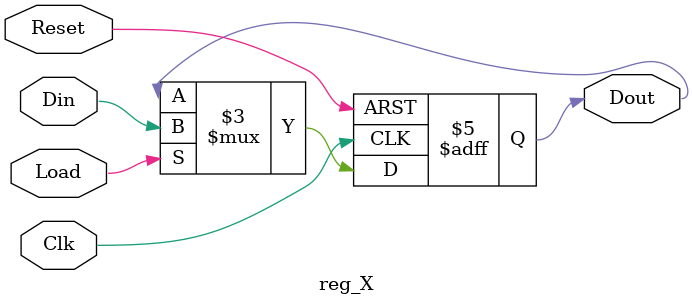
<source format=sv>
module reg_8 (input  logic Clk, Reset, Shift_In, Load, Shift_En,
              input  logic [7:0]  D,
              output logic Shift_Out,
              output logic [7:0]  Data_Out);

    always_ff @ (posedge Clk)
    begin
	 	 if (Reset)
			  Data_Out <= 8'h0;
		 else if (Load)
			  Data_Out <= D;
		 else if (Shift_En)
		 begin
			  Data_Out <= { Shift_In, Data_Out[7:1] }; 
	    end
    end
	
    assign Shift_Out = Data_Out[0];

endmodule

module reg_X(
	input logic Clk, Reset, Din, Load,
	output logic Dout);
	
	always_ff@(posedge Clk or posedge Reset)
	begin
		if(Reset)
			Dout <= 1'b0;
		else
		if(Load)
			Dout <= Din;
		else		
			Dout <= Dout;
	end
endmodule 

</source>
